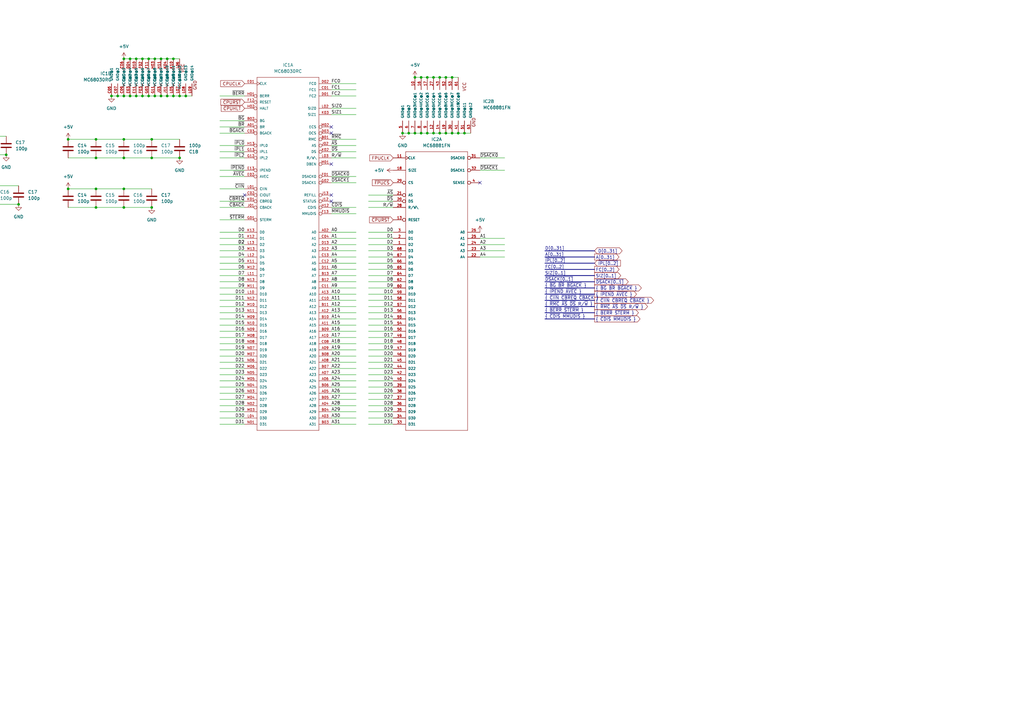
<source format=kicad_sch>
(kicad_sch (version 20230121) (generator eeschema)
  (paper "A3")
  (junction (at 62.23 85.09))
  (junction (at 170.18 54.61))
  (junction (at 50.8 64.77))
  (junction (at -20.32 63.5))
  (junction (at 50.8 85.09))
  (junction (at 73.66 64.77))
  (junction (at -8.89 63.5))
  (junction (at 50.8 57.15))
  (junction (at 27.94 57.15))
  (junction (at 170.18 31.75))
  (junction (at -8.89 55.88))
  (junction (at 39.37 77.47))
  (junction (at -15.24 76.2))
  (junction (at 165.1 54.61))
  (junction (at 50.8 39.37))
  (junction (at 58.42 39.37))
  (junction (at 172.72 31.75))
  (junction (at 172.72 54.61))
  (junction (at 71.12 39.37))
  (junction (at 53.34 24.13))
  (junction (at -31.75 55.88))
  (junction (at 63.5 24.13))
  (junction (at 66.04 24.13))
  (junction (at 180.34 31.75))
  (junction (at -15.24 83.82))
  (junction (at 71.12 24.13))
  (junction (at 45.72 39.37))
  (junction (at 53.34 39.37))
  (junction (at 55.88 24.13))
  (junction (at 60.96 24.13))
  (junction (at 58.42 24.13))
  (junction (at -3.81 76.2))
  (junction (at 175.26 54.61))
  (junction (at 7.62 83.82))
  (junction (at 55.88 39.37))
  (junction (at 182.88 54.61))
  (junction (at 62.23 57.15))
  (junction (at 175.26 31.75))
  (junction (at 177.8 31.75))
  (junction (at 167.64 54.61))
  (junction (at -3.81 83.82))
  (junction (at 68.58 39.37))
  (junction (at 185.42 54.61))
  (junction (at 68.58 24.13))
  (junction (at 2.54 63.5))
  (junction (at 177.8 54.61))
  (junction (at 182.88 31.75))
  (junction (at 187.96 54.61))
  (junction (at 27.94 77.47))
  (junction (at 66.04 39.37))
  (junction (at 39.37 57.15))
  (junction (at 63.5 39.37))
  (junction (at 73.66 39.37))
  (junction (at -20.32 55.88))
  (junction (at -26.67 76.2))
  (junction (at 39.37 64.77))
  (junction (at 50.8 77.47))
  (junction (at 190.5 54.61))
  (junction (at 60.96 39.37))
  (junction (at 62.23 64.77))
  (junction (at 76.2 39.37))
  (junction (at 50.8 24.13))
  (junction (at 48.26 39.37))
  (junction (at 39.37 85.09))
  (junction (at 180.34 54.61))
  (junction (at 185.42 31.75))
  (no_connect (at 135.89 54.61))
  (no_connect (at 196.85 74.93))
  (no_connect (at 135.89 82.55))
  (no_connect (at 135.89 67.31))
  (no_connect (at 100.33 80.01))
  (no_connect (at 135.89 52.07))
  (no_connect (at 135.89 80.01))
  (wire (pts (xy 146.05 128.27) (xy 135.89 128.27)))
  (wire (pts (xy 62.23 64.77) (xy 50.8 64.77)))
  (wire (pts (xy 146.05 100.33) (xy 135.89 100.33)))
  (wire (pts (xy 146.05 74.93) (xy 135.89 74.93)))
  (wire (pts (xy 146.05 39.37) (xy 135.89 39.37)))
  (wire (pts (xy -8.89 63.5) (xy -20.32 63.5)))
  (wire (pts (xy 151.13 133.35) (xy 161.29 133.35)))
  (wire (pts (xy 190.5 54.61) (xy 193.04 54.61)))
  (wire (pts (xy 146.05 110.49) (xy 135.89 110.49)))
  (wire (pts (xy 146.05 36.83) (xy 135.89 36.83)))
  (wire (pts (xy 177.8 54.61) (xy 180.34 54.61)))
  (wire (pts (xy 90.17 173.99) (xy 100.33 173.99)))
  (wire (pts (xy 50.8 77.47) (xy 62.23 77.47)))
  (wire (pts (xy 146.05 173.99) (xy 135.89 173.99)))
  (wire (pts (xy 207.01 105.41) (xy 196.85 105.41)))
  (wire (pts (xy 146.05 102.87) (xy 135.89 102.87)))
  (wire (pts (xy 180.34 54.61) (xy 182.88 54.61)))
  (wire (pts (xy 151.13 156.21) (xy 161.29 156.21)))
  (wire (pts (xy 90.17 168.91) (xy 100.33 168.91)))
  (wire (pts (xy -3.81 83.82) (xy -15.24 83.82)))
  (wire (pts (xy 146.05 138.43) (xy 135.89 138.43)))
  (wire (pts (xy 90.17 163.83) (xy 100.33 163.83)))
  (bus (pts (xy 223.52 105.41) (xy 243.84 105.41)))
  (wire (pts (xy 39.37 85.09) (xy 27.94 85.09)))
  (wire (pts (xy 151.13 113.03) (xy 161.29 113.03)))
  (wire (pts (xy 146.05 95.25) (xy 135.89 95.25)))
  (wire (pts (xy 151.13 100.33) (xy 161.29 100.33)))
  (wire (pts (xy 90.17 64.77) (xy 100.33 64.77)))
  (wire (pts (xy 73.66 39.37) (xy 76.2 39.37)))
  (wire (pts (xy 146.05 166.37) (xy 135.89 166.37)))
  (wire (pts (xy 90.17 107.95) (xy 100.33 107.95)))
  (wire (pts (xy 90.17 72.39) (xy 100.33 72.39)))
  (wire (pts (xy 58.42 24.13) (xy 60.96 24.13)))
  (wire (pts (xy 76.2 39.37) (xy 78.74 39.37)))
  (wire (pts (xy 62.23 57.15) (xy 73.66 57.15)))
  (wire (pts (xy 90.17 118.11) (xy 100.33 118.11)))
  (wire (pts (xy 146.05 118.11) (xy 135.89 118.11)))
  (wire (pts (xy 90.17 151.13) (xy 100.33 151.13)))
  (bus (pts (xy 223.52 118.11) (xy 243.84 118.11)))
  (wire (pts (xy 151.13 151.13) (xy 161.29 151.13)))
  (wire (pts (xy 151.13 107.95) (xy 161.29 107.95)))
  (wire (pts (xy 151.13 123.19) (xy 161.29 123.19)))
  (wire (pts (xy 90.17 153.67) (xy 100.33 153.67)))
  (wire (pts (xy 151.13 153.67) (xy 161.29 153.67)))
  (wire (pts (xy 90.17 161.29) (xy 100.33 161.29)))
  (wire (pts (xy 90.17 59.69) (xy 100.33 59.69)))
  (wire (pts (xy 151.13 158.75) (xy 161.29 158.75)))
  (wire (pts (xy 146.05 143.51) (xy 135.89 143.51)))
  (wire (pts (xy 60.96 24.13) (xy 63.5 24.13)))
  (wire (pts (xy -15.24 76.2) (xy -3.81 76.2)))
  (wire (pts (xy 62.23 85.09) (xy 50.8 85.09)))
  (wire (pts (xy 151.13 130.81) (xy 161.29 130.81)))
  (wire (pts (xy 90.17 130.81) (xy 100.33 130.81)))
  (wire (pts (xy 50.8 39.37) (xy 53.34 39.37)))
  (wire (pts (xy 151.13 97.79) (xy 161.29 97.79)))
  (wire (pts (xy 207.01 97.79) (xy 196.85 97.79)))
  (wire (pts (xy 90.17 95.25) (xy 100.33 95.25)))
  (bus (pts (xy 223.52 110.49) (xy 243.84 110.49)))
  (wire (pts (xy 165.1 54.61) (xy 167.64 54.61)))
  (wire (pts (xy 90.17 77.47) (xy 100.33 77.47)))
  (wire (pts (xy 90.17 100.33) (xy 100.33 100.33)))
  (wire (pts (xy 90.17 85.09) (xy 100.33 85.09)))
  (wire (pts (xy 146.05 97.79) (xy 135.89 97.79)))
  (wire (pts (xy 146.05 153.67) (xy 135.89 153.67)))
  (wire (pts (xy 151.13 138.43) (xy 161.29 138.43)))
  (wire (pts (xy 71.12 39.37) (xy 73.66 39.37)))
  (wire (pts (xy 146.05 62.23) (xy 135.89 62.23)))
  (wire (pts (xy 90.17 90.17) (xy 100.33 90.17)))
  (wire (pts (xy 146.05 163.83) (xy 135.89 163.83)))
  (wire (pts (xy 90.17 148.59) (xy 100.33 148.59)))
  (wire (pts (xy 90.17 82.55) (xy 100.33 82.55)))
  (wire (pts (xy 146.05 156.21) (xy 135.89 156.21)))
  (wire (pts (xy 151.13 146.05) (xy 161.29 146.05)))
  (wire (pts (xy 146.05 120.65) (xy 135.89 120.65)))
  (wire (pts (xy 63.5 39.37) (xy 66.04 39.37)))
  (wire (pts (xy 48.26 39.37) (xy 50.8 39.37)))
  (wire (pts (xy 151.13 102.87) (xy 161.29 102.87)))
  (wire (pts (xy 90.17 97.79) (xy 100.33 97.79)))
  (wire (pts (xy 27.94 57.15) (xy 39.37 57.15)))
  (wire (pts (xy 90.17 138.43) (xy 100.33 138.43)))
  (wire (pts (xy 146.05 135.89) (xy 135.89 135.89)))
  (wire (pts (xy 151.13 82.55) (xy 161.29 82.55)))
  (wire (pts (xy 146.05 59.69) (xy 135.89 59.69)))
  (wire (pts (xy 151.13 85.09) (xy 161.29 85.09)))
  (wire (pts (xy 151.13 125.73) (xy 161.29 125.73)))
  (wire (pts (xy 151.13 161.29) (xy 161.29 161.29)))
  (wire (pts (xy 90.17 115.57) (xy 100.33 115.57)))
  (wire (pts (xy 146.05 130.81) (xy 135.89 130.81)))
  (wire (pts (xy 185.42 54.61) (xy 187.96 54.61)))
  (wire (pts (xy 58.42 39.37) (xy 60.96 39.37)))
  (bus (pts (xy 223.52 120.65) (xy 243.84 120.65)))
  (wire (pts (xy 146.05 57.15) (xy 135.89 57.15)))
  (wire (pts (xy -15.24 83.82) (xy -26.67 83.82)))
  (wire (pts (xy 146.05 133.35) (xy 135.89 133.35)))
  (wire (pts (xy 90.17 125.73) (xy 100.33 125.73)))
  (wire (pts (xy 151.13 163.83) (xy 161.29 163.83)))
  (wire (pts (xy 146.05 125.73) (xy 135.89 125.73)))
  (bus (pts (xy 223.52 113.03) (xy 243.84 113.03)))
  (wire (pts (xy 53.34 39.37) (xy 55.88 39.37)))
  (wire (pts (xy 90.17 49.53) (xy 100.33 49.53)))
  (wire (pts (xy 90.17 120.65) (xy 100.33 120.65)))
  (wire (pts (xy 172.72 54.61) (xy 175.26 54.61)))
  (wire (pts (xy 170.18 31.75) (xy 172.72 31.75)))
  (wire (pts (xy 146.05 87.63) (xy 135.89 87.63)))
  (wire (pts (xy 151.13 128.27) (xy 161.29 128.27)))
  (wire (pts (xy 39.37 57.15) (xy 50.8 57.15)))
  (wire (pts (xy 146.05 107.95) (xy 135.89 107.95)))
  (wire (pts (xy 66.04 24.13) (xy 68.58 24.13)))
  (wire (pts (xy 175.26 54.61) (xy 177.8 54.61)))
  (wire (pts (xy 180.34 31.75) (xy 182.88 31.75)))
  (wire (pts (xy 151.13 120.65) (xy 161.29 120.65)))
  (wire (pts (xy 182.88 54.61) (xy 185.42 54.61)))
  (wire (pts (xy 146.05 146.05) (xy 135.89 146.05)))
  (wire (pts (xy 27.94 77.47) (xy 39.37 77.47)))
  (bus (pts (xy 223.52 130.81) (xy 243.84 130.81)))
  (wire (pts (xy -3.81 76.2) (xy 7.62 76.2)))
  (wire (pts (xy 39.37 64.77) (xy 27.94 64.77)))
  (wire (pts (xy 151.13 168.91) (xy 161.29 168.91)))
  (wire (pts (xy 151.13 171.45) (xy 161.29 171.45)))
  (wire (pts (xy 146.05 64.77) (xy 135.89 64.77)))
  (wire (pts (xy 90.17 158.75) (xy 100.33 158.75)))
  (wire (pts (xy 50.8 24.13) (xy 53.34 24.13)))
  (wire (pts (xy 90.17 133.35) (xy 100.33 133.35)))
  (wire (pts (xy 175.26 31.75) (xy 177.8 31.75)))
  (wire (pts (xy 50.8 64.77) (xy 39.37 64.77)))
  (wire (pts (xy 53.34 24.13) (xy 55.88 24.13)))
  (wire (pts (xy -26.67 76.2) (xy -15.24 76.2)))
  (bus (pts (xy 223.52 125.73) (xy 243.84 125.73)))
  (wire (pts (xy 60.96 39.37) (xy 63.5 39.37)))
  (wire (pts (xy 146.05 115.57) (xy 135.89 115.57)))
  (wire (pts (xy 151.13 95.25) (xy 161.29 95.25)))
  (wire (pts (xy 151.13 173.99) (xy 161.29 173.99)))
  (wire (pts (xy 146.05 140.97) (xy 135.89 140.97)))
  (wire (pts (xy 50.8 57.15) (xy 62.23 57.15)))
  (wire (pts (xy 90.17 171.45) (xy 100.33 171.45)))
  (wire (pts (xy 172.72 31.75) (xy 175.26 31.75)))
  (wire (pts (xy 90.17 166.37) (xy 100.33 166.37)))
  (wire (pts (xy 68.58 24.13) (xy 71.12 24.13)))
  (wire (pts (xy 90.17 110.49) (xy 100.33 110.49)))
  (wire (pts (xy -20.32 63.5) (xy -31.75 63.5)))
  (wire (pts (xy 167.64 54.61) (xy 170.18 54.61)))
  (wire (pts (xy 55.88 39.37) (xy 58.42 39.37)))
  (wire (pts (xy 66.04 39.37) (xy 68.58 39.37)))
  (wire (pts (xy 146.05 44.45) (xy 135.89 44.45)))
  (wire (pts (xy 90.17 69.85) (xy 100.33 69.85)))
  (wire (pts (xy 207.01 64.77) (xy 196.85 64.77)))
  (bus (pts (xy 223.52 123.19) (xy 243.84 123.19)))
  (wire (pts (xy 90.17 135.89) (xy 100.33 135.89)))
  (wire (pts (xy 146.05 34.29) (xy 135.89 34.29)))
  (wire (pts (xy 55.88 24.13) (xy 58.42 24.13)))
  (wire (pts (xy 146.05 113.03) (xy 135.89 113.03)))
  (wire (pts (xy 177.8 31.75) (xy 180.34 31.75)))
  (wire (pts (xy 73.66 64.77) (xy 62.23 64.77)))
  (wire (pts (xy 146.05 85.09) (xy 135.89 85.09)))
  (wire (pts (xy 90.17 128.27) (xy 100.33 128.27)))
  (wire (pts (xy 151.13 118.11) (xy 161.29 118.11)))
  (wire (pts (xy 207.01 102.87) (xy 196.85 102.87)))
  (wire (pts (xy 71.12 24.13) (xy 73.66 24.13)))
  (wire (pts (xy -8.89 63.5) (xy 2.54 63.5)))
  (wire (pts (xy 185.42 31.75) (xy 187.96 31.75)))
  (wire (pts (xy 146.05 148.59) (xy 135.89 148.59)))
  (wire (pts (xy 146.05 46.99) (xy 135.89 46.99)))
  (bus (pts (xy 223.52 128.27) (xy 243.84 128.27)))
  (bus (pts (xy 223.52 102.87) (xy 243.84 102.87)))
  (wire (pts (xy 45.72 39.37) (xy 48.26 39.37)))
  (wire (pts (xy -31.75 55.88) (xy -20.32 55.88)))
  (wire (pts (xy 151.13 105.41) (xy 161.29 105.41)))
  (wire (pts (xy 151.13 115.57) (xy 161.29 115.57)))
  (wire (pts (xy 90.17 52.07) (xy 100.33 52.07)))
  (bus (pts (xy 223.52 107.95) (xy 243.84 107.95)))
  (wire (pts (xy 146.05 123.19) (xy 135.89 123.19)))
  (wire (pts (xy 90.17 102.87) (xy 100.33 102.87)))
  (wire (pts (xy 90.17 143.51) (xy 100.33 143.51)))
  (wire (pts (xy 50.8 85.09) (xy 39.37 85.09)))
  (wire (pts (xy 151.13 143.51) (xy 161.29 143.51)))
  (bus (pts (xy 223.52 115.57) (xy 243.84 115.57)))
  (wire (pts (xy 90.17 113.03) (xy 100.33 113.03)))
  (wire (pts (xy 146.05 158.75) (xy 135.89 158.75)))
  (wire (pts (xy 90.17 39.37) (xy 100.33 39.37)))
  (wire (pts (xy 146.05 161.29) (xy 135.89 161.29)))
  (wire (pts (xy 182.88 31.75) (xy 185.42 31.75)))
  (wire (pts (xy 146.05 168.91) (xy 135.89 168.91)))
  (wire (pts (xy 90.17 123.19) (xy 100.33 123.19)))
  (wire (pts (xy 151.13 110.49) (xy 161.29 110.49)))
  (wire (pts (xy 146.05 171.45) (xy 135.89 171.45)))
  (wire (pts (xy 90.17 105.41) (xy 100.33 105.41)))
  (wire (pts (xy 146.05 72.39) (xy 135.89 72.39)))
  (wire (pts (xy 207.01 100.33) (xy 196.85 100.33)))
  (wire (pts (xy 151.13 140.97) (xy 161.29 140.97)))
  (wire (pts (xy 187.96 54.61) (xy 190.5 54.61)))
  (wire (pts (xy 90.17 62.23) (xy 100.33 62.23)))
  (wire (pts (xy 68.58 39.37) (xy 71.12 39.37)))
  (wire (pts (xy 151.13 148.59) (xy 161.29 148.59)))
  (wire (pts (xy -8.89 55.88) (xy 2.54 55.88)))
  (wire (pts (xy 7.62 83.82) (xy -3.81 83.82)))
  (wire (pts (xy 90.17 140.97) (xy 100.33 140.97)))
  (wire (pts (xy 207.01 69.85) (xy 196.85 69.85)))
  (wire (pts (xy 63.5 24.13) (xy 66.04 24.13)))
  (wire (pts (xy 170.18 54.61) (xy 172.72 54.61)))
  (wire (pts (xy 90.17 156.21) (xy 100.33 156.21)))
  (wire (pts (xy 151.13 166.37) (xy 161.29 166.37)))
  (wire (pts (xy 146.05 105.41) (xy 135.89 105.41)))
  (wire (pts (xy -20.32 55.88) (xy -8.89 55.88)))
  (wire (pts (xy 90.17 146.05) (xy 100.33 146.05)))
  (wire (pts (xy 151.13 135.89) (xy 161.29 135.89)))
  (wire (pts (xy 90.17 54.61) (xy 100.33 54.61)))
  (wire (pts (xy 151.13 80.01) (xy 161.29 80.01)))
  (wire (pts (xy 146.05 151.13) (xy 135.89 151.13)))
  (wire (pts (xy 39.37 77.47) (xy 50.8 77.47)))
  (label "A18" (at 135.89 140.97 0))
  (label "~{DS}" (at 135.89 62.23 0))
  (label "D11" (at 161.29 123.19 180))
  (label "D17" (at 161.29 138.43 180))
  (label "~{DSACK0}" (at 196.85 64.77 0))
  (label "D2" (at 161.29 100.33 180))
  (label "D10" (at 100.33 120.65 180))
  (label "A16" (at 135.89 135.89 0))
  (label "D3" (at 161.29 102.87 180))
  (label "D2" (at 100.33 100.33 180))
  (label "D20" (at 161.29 146.05 180))
  (label "{ ~{CIIN} ~{CBREQ} ~{CBACK} }" (at 223.52 123.19 0))
  (label "D25" (at 100.33 158.75 180))
  (label "A21" (at 135.89 148.59 0))
  (label "A24" (at 135.89 156.21 0))
  (label "A17" (at 135.89 138.43 0))
  (label "A[0..31]" (at 223.52 105.41 0))
  (label "A15" (at 135.89 133.35 0))
  (label "~{CBACK}" (at 100.33 85.09 180))
  (label "R{slash}~{W}" (at 135.89 64.77 0))
  (label "A23" (at 135.89 153.67 0))
  (label "A27" (at 135.89 163.83 0))
  (label "D1" (at 161.29 97.79 180))
  (label "~{DSACK0}" (at 135.89 72.39 0))
  (label "D[0..31]" (at 223.52 102.87 0))
  (label "{ ~{RMC} ~{AS} ~{DS} R{slash}~{W} }" (at 223.52 125.73 0))
  (label "~{IPL2}" (at 100.33 64.77 180))
  (label "D21" (at 161.29 148.59 180))
  (label "~{IPL0}" (at 100.33 59.69 180))
  (label "D29" (at 100.33 168.91 180))
  (label "~{BGACK}" (at 100.33 54.61 180))
  (label "D0" (at 161.29 95.25 180))
  (label "A5" (at 135.89 107.95 0))
  (label "~{BG}" (at 100.33 49.53 180))
  (label "D29" (at 161.29 168.91 180))
  (label "A12" (at 135.89 125.73 0))
  (label "A11" (at 135.89 123.19 0))
  (label "D16" (at 100.33 135.89 180))
  (label "D28" (at 100.33 166.37 180))
  (label "D14" (at 161.29 130.81 180))
  (label "D13" (at 100.33 128.27 180))
  (label "D21" (at 100.33 148.59 180))
  (label "D15" (at 161.29 133.35 180))
  (label "D31" (at 100.33 173.99 180))
  (label "D5" (at 100.33 107.95 180))
  (label "D18" (at 161.29 140.97 180))
  (label "D1" (at 100.33 97.79 180))
  (label "~{BERR}" (at 100.33 39.37 180))
  (label "A7" (at 135.89 113.03 0))
  (label "D14" (at 100.33 130.81 180))
  (label "D4" (at 161.29 105.41 180))
  (label "D31" (at 161.29 173.99 180))
  (label "~{DSACK1}" (at 135.89 74.93 0))
  (label "A13" (at 135.89 128.27 0))
  (label "FC1" (at 135.89 36.83 0))
  (label "SIZ[0..1]" (at 223.52 113.03 0))
  (label "D17" (at 100.33 138.43 180))
  (label "D6" (at 161.29 110.49 180))
  (label "D27" (at 100.33 163.83 180))
  (label "D9" (at 100.33 118.11 180))
  (label "~{CBREQ}" (at 100.33 82.55 180))
  (label "~{DS}" (at 161.29 82.55 180))
  (label "D22" (at 161.29 151.13 180))
  (label "A28" (at 135.89 166.37 0))
  (label "FC[0..2]" (at 223.52 110.49 0))
  (label "~{RMC}" (at 135.89 57.15 0))
  (label "D0" (at 100.33 95.25 180))
  (label "D27" (at 161.29 163.83 180))
  (label "A1" (at 135.89 97.79 0))
  (label "A30" (at 135.89 171.45 0))
  (label "D24" (at 100.33 156.21 180))
  (label "D3" (at 100.33 102.87 180))
  (label "A29" (at 135.89 168.91 0))
  (label "A3" (at 196.85 102.87 0))
  (label "D8" (at 161.29 115.57 180))
  (label "D30" (at 100.33 171.45 180))
  (label "~{AVEC}" (at 100.33 72.39 180))
  (label "A31" (at 135.89 173.99 0))
  (label "D22" (at 100.33 151.13 180))
  (label "D19" (at 100.33 143.51 180))
  (label "D26" (at 100.33 161.29 180))
  (label "D25" (at 161.29 158.75 180))
  (label "A0" (at 135.89 95.25 0))
  (label "D4" (at 100.33 105.41 180))
  (label "D5" (at 161.29 107.95 180))
  (label "{ ~{CDIS} ~{MMUDIS} }" (at 223.52 130.81 0))
  (label "A20" (at 135.89 146.05 0))
  (label "~{CIIN}" (at 100.33 77.47 180))
  (label "A8" (at 135.89 115.57 0))
  (label "D19" (at 161.29 143.51 180))
  (label "D24" (at 161.29 156.21 180))
  (label "A19" (at 135.89 143.51 0))
  (label "A2" (at 196.85 100.33 0))
  (label "~{CDIS}" (at 135.89 85.09 0))
  (label "~{MMUDIS}" (at 135.89 87.63 0))
  (label "A26" (at 135.89 161.29 0))
  (label "D6" (at 100.33 110.49 180))
  (label "D2" (at 100.33 100.33 180))
  (label "~{AS}" (at 135.89 59.69 0))
  (label "SIZ0" (at 135.89 44.45 0))
  (label "D16" (at 161.29 135.89 180))
  (label "D30" (at 161.29 171.45 180))
  (label "D20" (at 100.33 146.05 180))
  (label "R{slash}~{W}" (at 161.29 85.09 180))
  (label "~{STERM}" (at 100.33 90.17 180))
  (label "FC2" (at 135.89 39.37 0))
  (label "{ ~{IPEND} ~{AVEC} }" (at 223.52 120.65 0))
  (label "~{BR}" (at 100.33 52.07 180))
  (label "A6" (at 135.89 110.49 0))
  (label "SIZ1" (at 135.89 46.99 0))
  (label "{ ~{BERR} ~{STERM} }" (at 223.52 128.27 0))
  (label "D11" (at 100.33 123.19 180))
  (label "A1" (at 196.85 97.79 0))
  (label "D8" (at 100.33 115.57 180))
  (label "{ ~{BG} ~{BR} ~{BGACK} }" (at 223.52 118.11 0))
  (label "A14" (at 135.89 130.81 0))
  (label "~{AS}" (at 161.29 80.01 180))
  (label "A3" (at 135.89 102.87 0))
  (label "D15" (at 100.33 133.35 180))
  (label "D7" (at 100.33 113.03 180))
  (label "A4" (at 196.85 105.41 0))
  (label "D9" (at 161.29 118.11 180))
  (label "~{IPL[0..2]}" (at 223.52 107.95 0))
  (label "~{DSACK1}" (at 196.85 69.85 0))
  (label "FC0" (at 135.89 34.29 0))
  (label "D28" (at 161.29 166.37 180))
  (label "~{IPEND}" (at 100.33 69.85 180))
  (label "D12" (at 100.33 125.73 180))
  (label "A4" (at 135.89 105.41 0))
  (label "A22" (at 135.89 151.13 0))
  (label "A9" (at 135.89 118.11 0))
  (label "D13" (at 161.29 128.27 180))
  (label "D18" (at 100.33 140.97 180))
  (label "D12" (at 161.29 125.73 180))
  (label "A10" (at 135.89 120.65 0))
  (label "~{IPL1}" (at 100.33 62.23 180))
  (label "D23" (at 100.33 153.67 180))
  (label "A25" (at 135.89 158.75 0))
  (label "D10" (at 161.29 120.65 180))
  (label "D23" (at 161.29 153.67 180))
  (label "D26" (at 161.29 161.29 180))
  (label "A2" (at 135.89 100.33 0))
  (label "D7" (at 161.29 113.03 180))
  (label "~{DSACK[0..1]}" (at 223.52 115.57 0))
  (global_label "{ ~{BG} ~{BR} ~{BGACK} }" (shape output) (at 243.84 118.11 0) (property "Intersheetrefs" "${INTERSHEET_REFS}" (effects hide)))
  (global_label "FPUCLK" (shape input) (at 161.29 64.77 180) (property "Intersheetrefs" "${INTERSHEET_REFS}" (effects hide)))
  (global_label "SIZ[0..1]" (shape output) (at 243.84 113.03 0) (property "Intersheetrefs" "${INTERSHEET_REFS}" (effects hide)))
  (global_label "D[0..31]" (shape bidirectional) (at 243.84 102.87 0) (property "Intersheetrefs" "${INTERSHEET_REFS}" (effects hide)))
  (global_label "{ ~{CIIN} ~{CBREQ} ~{CBACK} }" (shape output) (at 243.84 123.19 0) (property "Intersheetrefs" "${INTERSHEET_REFS}" (effects hide)))
  (global_label "FC[0..2]" (shape output) (at 243.84 110.49 0) (property "Intersheetrefs" "${INTERSHEET_REFS}" (effects hide)))
  (global_label "CPUCLK" (shape input) (at 100.33 34.29 180) (property "Intersheetrefs" "${INTERSHEET_REFS}" (effects hide)))
  (global_label "{ ~{BERR} ~{STERM} }" (shape output) (at 243.84 128.27 0) (property "Intersheetrefs" "${INTERSHEET_REFS}" (effects hide)))
  (global_label "{ ~{RMC} ~{AS} ~{DS} R{slash}~{W} }" (shape output) (at 243.84 125.73 0) (property "Intersheetrefs" "${INTERSHEET_REFS}" (effects hide)))
  (global_label "~{CPUHLT}" (shape input) (at 100.33 44.45 180) (property "Intersheetrefs" "${INTERSHEET_REFS}" (effects hide)))
  (global_label "~{CPURST}" (shape input) (at 100.33 41.91 180) (property "Intersheetrefs" "${INTERSHEET_REFS}" (effects hide)))
  (global_label "~{CPURST}" (shape input) (at 161.29 90.17 180) (property "Intersheetrefs" "${INTERSHEET_REFS}" (effects hide)))
  (global_label "A[0..31]" (shape output) (at 243.84 105.41 0) (property "Intersheetrefs" "${INTERSHEET_REFS}" (effects hide)))
  (global_label "{ ~{CDIS} ~{MMUDIS} }" (shape output) (at 243.84 130.81 0) (property "Intersheetrefs" "${INTERSHEET_REFS}" (effects hide)))
  (global_label "~{IPL[0..2]}" (shape input) (at 243.84 107.95 0) (property "Intersheetrefs" "${INTERSHEET_REFS}" (effects hide)))
  (global_label "~{DSACK[0..1]}" (shape output) (at 243.84 115.57 0) (property "Intersheetrefs" "${INTERSHEET_REFS}" (effects hide)))
  (global_label "~{FPUCS}" (shape input) (at 161.29 74.93 180) (property "Intersheetrefs" "${INTERSHEET_REFS}" (effects hide)))
  (global_label "{ ~{IPEND} ~{AVEC} }" (shape output) (at 243.84 120.65 0) (property "Intersheetrefs" "${INTERSHEET_REFS}" (effects hide)))
  (symbol (lib_id "power:+5V") (at 196.85 95.25 0) (unit 1)
    (property "Reference" "#PWR021" (effects hide))
    (property "Value" "+5V" (at 196.85 90.17 0))
    (instances (project "m68k-hbc" (path "" (reference "#PWR021") (unit 1)) (path "" (reference "#PWR055") (unit 1))))
  )
  (symbol (lib_id "power:+5V") (at 170.18 31.75 0) (unit 1)
    (property "Reference" "#PWR03" (effects hide))
    (property "Value" "+5V" (at 170.18 26.67 0))
    (instances (project "m68k-hbc" (path "" (reference "#PWR03") (unit 1)) (path "" (reference "#PWR043") (unit 1))))
  )
  (symbol (lib_id "Device:C") (at -15.24 80.01 0) (mirror x) (unit 1)
    (property "Reference" "C15" (at -11.43 81.28 0) (effects (justify left)))
    (property "Value" "100p" (at -11.43 78.74 0) (effects (justify left)))
    (property "Footprint" "Capacitor_SMD:C_1206_3216Metric_Pad1.33x1.80mm_HandSolder" (effects hide))
    (instances (project "m68k-hbc" (path "" (reference "C15") (unit 1)) (path "" (reference "C25") (unit 1))))
  )
  (symbol (lib_id "power:+5V") (at -26.67 76.2 0) (unit 1)
    (property "Reference" "#PWR0201" (effects hide))
    (property "Value" "+5V" (at -26.67 71.12 0))
    (instances (project "m68k-hbc" (path "" (reference "#PWR0201") (unit 1)) (path "" (reference "#PWR051") (unit 1))))
  )
  (symbol (lib_id "Device:C") (at 50.8 60.96 0) (mirror x) (unit 1)
    (property "Reference" "C16" (at 54.61 62.23 0) (effects (justify left)))
    (property "Value" "100p" (at 54.61 59.69 0) (effects (justify left)))
    (property "Footprint" "Capacitor_SMD:C_1206_3216Metric_Pad1.33x1.80mm_HandSolder" (effects hide))
    (instances (project "m68k-hbc" (path "" (reference "C16") (unit 1)) (path "" (reference "C21") (unit 1))))
  )
  (symbol (lib_id "Device:C") (at -8.89 59.69 0) (unit 1)
    (property "Reference" "C16" (at -5.08 58.42 0) (effects (justify left)))
    (property "Value" "100p" (at -5.08 60.96 0) (effects (justify left)))
    (property "Footprint" "Capacitor_SMD:C_1206_3216Metric_Pad1.33x1.80mm_HandSolder" (effects hide))
    (instances (project "m68k-hbc" (path "" (reference "C16") (unit 1)) (path "" (reference "C17") (unit 1))))
  )
  (symbol (lib_id "Device:C") (at -3.81 80.01 0) (unit 1)
    (property "Reference" "C16" (at 0 78.74 0) (effects (justify left)))
    (property "Value" "100p" (at 0 81.28 0) (effects (justify left)))
    (property "Footprint" "Capacitor_SMD:C_1206_3216Metric_Pad1.33x1.80mm_HandSolder" (effects hide))
    (instances (project "m68k-hbc" (path "" (reference "C16") (unit 1)) (path "" (reference "C26") (unit 1))))
  )
  (symbol (lib_id "power:+5V") (at 27.94 77.47 0) (unit 1)
    (property "Reference" "#PWR0201" (effects hide))
    (property "Value" "+5V" (at 27.94 72.39 0))
    (instances (project "m68k-hbc" (path "" (reference "#PWR0201") (unit 1)) (path "" (reference "#PWR052") (unit 1))))
  )
  (symbol (lib_id "Device:C") (at 39.37 81.28 0) (unit 1)
    (property "Reference" "C15" (at 43.18 80.01 0) (effects (justify left)))
    (property "Value" "100p" (at 43.18 82.55 0) (effects (justify left)))
    (property "Footprint" "Capacitor_SMD:C_1206_3216Metric_Pad1.33x1.80mm_HandSolder" (effects hide))
    (instances (project "m68k-hbc" (path "" (reference "C15") (unit 1)) (path "" (reference "C29") (unit 1))))
  )
  (symbol (lib_id "power:GND") (at 73.66 64.77 0) (unit 1)
    (property "Reference" "#PWR0200" (effects hide))
    (property "Value" "GND" (at 73.66 69.85 0))
    (instances (project "m68k-hbc" (path "" (reference "#PWR0200") (unit 1)) (path "" (reference "#PWR049") (unit 1))))
  )
  (symbol (lib_id "power:+5V") (at 161.29 69.85 90) (unit 1)
    (property "Reference" "#PWR013" (effects hide))
    (property "Value" "+5V" (at 157.48 69.85 90) (effects (justify left)))
    (instances (project "m68k-hbc" (path "" (reference "#PWR013") (unit 1)) (path "" (reference "#PWR050") (unit 1))))
  )
  (symbol (lib_id "power:GND") (at 45.72 39.37 0) (unit 1)
    (property "Reference" "#PWR07" (effects hide))
    (property "Value" "GND" (at 45.72 44.45 0))
    (instances (project "m68k-hbc" (path "" (reference "#PWR07") (unit 1)) (path "" (reference "#PWR044") (unit 1))))
  )
  (symbol (lib_id "power:+5V") (at -31.75 55.88 0) (unit 1)
    (property "Reference" "#PWR0201" (effects hide))
    (property "Value" "+5V" (at -31.75 50.8 0))
    (instances (project "m68k-hbc" (path "" (reference "#PWR0201") (unit 1)) (path "" (reference "#PWR046") (unit 1))))
  )
  (symbol (lib_id "Device:C") (at 27.94 60.96 0) (unit 1)
    (property "Reference" "C14" (at 31.75 59.69 0) (effects (justify left)))
    (property "Value" "100p" (at 31.75 62.23 0) (effects (justify left)))
    (property "Footprint" "Capacitor_SMD:C_1206_3216Metric_Pad1.33x1.80mm_HandSolder" (effects hide))
    (instances (project "m68k-hbc" (path "" (reference "C14") (unit 1)) (path "" (reference "C19") (unit 1))))
  )
  (symbol (lib_id "power:+5V") (at 50.8 24.13 0) (unit 1)
    (property "Reference" "#PWR01" (effects hide))
    (property "Value" "+5V" (at 50.8 19.05 0))
    (instances (project "m68k-hbc" (path "" (reference "#PWR01") (unit 1)) (path "" (reference "#PWR042") (unit 1))))
  )
  (symbol (lib_id "Device:C") (at 7.62 80.01 0) (unit 1)
    (property "Reference" "C17" (at 11.43 78.74 0) (effects (justify left)))
    (property "Value" "100p" (at 11.43 81.28 0) (effects (justify left)))
    (property "Footprint" "Capacitor_SMD:C_1206_3216Metric_Pad1.33x1.80mm_HandSolder" (effects hide))
    (instances (project "m68k-hbc" (path "" (reference "C17") (unit 1)) (path "" (reference "C27") (unit 1))))
  )
  (symbol (lib_id "Device:C") (at 62.23 60.96 0) (unit 1)
    (property "Reference" "C17" (at 66.04 59.69 0) (effects (justify left)))
    (property "Value" "100p" (at 66.04 62.23 0) (effects (justify left)))
    (property "Footprint" "Capacitor_SMD:C_1206_3216Metric_Pad1.33x1.80mm_HandSolder" (effects hide))
    (instances (project "m68k-hbc" (path "" (reference "C17") (unit 1)) (path "" (reference "C22") (unit 1))))
  )
  (symbol (lib_id "power:GND") (at 165.1 54.61 0) (unit 1)
    (property "Reference" "#PWR010" (effects hide))
    (property "Value" "GND" (at 165.1 59.69 0))
    (instances (project "m68k-hbc" (path "" (reference "#PWR010") (unit 1)) (path "" (reference "#PWR045") (unit 1))))
  )
  (symbol (lib_id "Device:C") (at 62.23 81.28 0) (unit 1)
    (property "Reference" "C17" (at 66.04 80.01 0) (effects (justify left)))
    (property "Value" "100p" (at 66.04 82.55 0) (effects (justify left)))
    (property "Footprint" "Capacitor_SMD:C_1206_3216Metric_Pad1.33x1.80mm_HandSolder" (effects hide))
    (instances (project "m68k-hbc" (path "" (reference "C17") (unit 1)) (path "" (reference "C31") (unit 1))))
  )
  (symbol (lib_id "Device:C") (at -20.32 59.69 0) (mirror x) (unit 1)
    (property "Reference" "C15" (at -16.51 60.96 0) (effects (justify left)))
    (property "Value" "100p" (at -16.51 58.42 0) (effects (justify left)))
    (property "Footprint" "Capacitor_SMD:C_1206_3216Metric_Pad1.33x1.80mm_HandSolder" (effects hide))
    (instances (project "m68k-hbc" (path "" (reference "C15") (unit 1)) (path "" (reference "C16") (unit 1))))
  )
  (symbol (lib_name "MC68030RC_1") (lib_id "micro-mc68000:MC68030RC") (at 118.11 102.87 0) (unit 1)
    (property "Reference" "IC1" (at 118.11 26.67 0))
    (property "Value" "MC68030RC" (at 118.11 29.21 0))
    (property "Footprint" "PGA68:PGA128" (effects hide))
  )
  (symbol (lib_id "power:+5V") (at 27.94 57.15 0) (unit 1)
    (property "Reference" "#PWR0201" (effects hide))
    (property "Value" "+5V" (at 27.94 52.07 0))
    (instances (project "m68k-hbc" (path "" (reference "#PWR0201") (unit 1)) (path "" (reference "#PWR047") (unit 1))))
  )
  (symbol (lib_id "Device:C") (at -26.67 80.01 0) (unit 1)
    (property "Reference" "C14" (at -22.86 78.74 0) (effects (justify left)))
    (property "Value" "100p" (at -22.86 81.28 0) (effects (justify left)))
    (property "Footprint" "Capacitor_SMD:C_1206_3216Metric_Pad1.33x1.80mm_HandSolder" (effects hide))
    (instances (project "m68k-hbc" (path "" (reference "C14") (unit 1)) (path "" (reference "C24") (unit 1))))
  )
  (symbol (lib_id "power:GND") (at 2.54 63.5 0) (unit 1)
    (property "Reference" "#PWR0200" (effects hide))
    (property "Value" "GND" (at 2.54 68.58 0))
    (instances (project "m68k-hbc" (path "" (reference "#PWR0200") (unit 1)) (path "" (reference "#PWR048") (unit 1))))
  )
  (symbol (lib_id "Device:C") (at -31.75 59.69 0) (mirror x) (unit 1)
    (property "Reference" "C14" (at -27.94 60.96 0) (effects (justify left)))
    (property "Value" "100p" (at -27.94 58.42 0) (effects (justify left)))
    (property "Footprint" "Capacitor_SMD:C_1206_3216Metric_Pad1.33x1.80mm_HandSolder" (effects hide))
    (instances (project "m68k-hbc" (path "" (reference "C14") (unit 1)) (path "" (reference "C15") (unit 1))))
  )
  (symbol (lib_id "power:GND") (at 7.62 83.82 0) (unit 1)
    (property "Reference" "#PWR0200" (effects hide))
    (property "Value" "GND" (at 7.62 88.9 0))
    (instances (project "m68k-hbc" (path "" (reference "#PWR0200") (unit 1)) (path "" (reference "#PWR053") (unit 1))))
  )
  (symbol (lib_id "Device:C") (at 39.37 60.96 0) (unit 1)
    (property "Reference" "C15" (at 43.18 59.69 0) (effects (justify left)))
    (property "Value" "100p" (at 43.18 62.23 0) (effects (justify left)))
    (property "Footprint" "Capacitor_SMD:C_1206_3216Metric_Pad1.33x1.80mm_HandSolder" (effects hide))
    (instances (project "m68k-hbc" (path "" (reference "C15") (unit 1)) (path "" (reference "C20") (unit 1))))
  )
  (symbol (lib_id "Device:C") (at 2.54 59.69 0) (unit 1)
    (property "Reference" "C17" (at 6.35 58.42 0) (effects (justify left)))
    (property "Value" "100p" (at 6.35 60.96 0) (effects (justify left)))
    (property "Footprint" "Capacitor_SMD:C_1206_3216Metric_Pad1.33x1.80mm_HandSolder" (effects hide))
    (instances (project "m68k-hbc" (path "" (reference "C17") (unit 1)) (path "" (reference "C18") (unit 1))))
  )
  (symbol (lib_id "power:GND") (at 62.23 85.09 0) (unit 1)
    (property "Reference" "#PWR0200" (effects hide))
    (property "Value" "GND" (at 62.23 90.17 0))
    (instances (project "m68k-hbc" (path "" (reference "#PWR0200") (unit 1)) (path "" (reference "#PWR054") (unit 1))))
  )
  (symbol (lib_id "micro-mc68000:MC68030RC") (at 60.96 31.75 0) (unit 2)
    (property "Reference" "IC1" (at 45.72 30.1626 0) (effects (justify right)))
    (property "Value" "MC68030RC" (at 45.72 32.7026 0) (effects (justify right)))
    (property "Footprint" "PGA68:PGA128" (effects hide))
  )
  (symbol (lib_id "Device:C") (at 50.8 81.28 0) (unit 1)
    (property "Reference" "C16" (at 54.61 80.01 0) (effects (justify left)))
    (property "Value" "100p" (at 54.61 82.55 0) (effects (justify left)))
    (property "Footprint" "Capacitor_SMD:C_1206_3216Metric_Pad1.33x1.80mm_HandSolder" (effects hide))
    (instances (project "m68k-hbc" (path "" (reference "C16") (unit 1)) (path "" (reference "C30") (unit 1))))
  )
  (symbol (lib_id "micro-mc68000:MC68881FN") (at 179.07 118.11 0) (unit 1)
    (property "Reference" "IC2" (at 179.07 57.15 0))
    (property "Value" "MC68881FN" (at 179.07 59.69 0))
    (property "Footprint" "Package_LCC:PLCC-68_THT-Socket" (effects hide))
  )
  (symbol (lib_id "micro-mc68000:MC68881FN") (at 177.8 46.99 0) (unit 2)
    (property "Reference" "IC2" (at 198.12 41.5926 0) (effects (justify left)))
    (property "Value" "MC68881FN" (at 198.12 44.1326 0) (effects (justify left)))
    (property "Footprint" "Package_LCC:PLCC-68_THT-Socket" (effects hide))
  )
  (symbol (lib_id "Device:C") (at 73.66 60.96 0) (mirror x) (unit 1)
    (property "Reference" "C18" (at 77.47 62.23 0) (effects (justify left)))
    (property "Value" "100p" (at 77.47 59.69 0) (effects (justify left)))
    (property "Footprint" "Capacitor_SMD:C_1206_3216Metric_Pad1.33x1.80mm_HandSolder" (effects hide))
    (instances (project "m68k-hbc" (path "" (reference "C18") (unit 1)) (path "" (reference "C23") (unit 1))))
  )
  (symbol (lib_id "Device:C") (at 27.94 81.28 0) (unit 1)
    (property "Reference" "C14" (at 31.75 80.01 0) (effects (justify left)))
    (property "Value" "100p" (at 31.75 82.55 0) (effects (justify left)))
    (property "Footprint" "Capacitor_SMD:C_1206_3216Metric_Pad1.33x1.80mm_HandSolder" (effects hide))
    (instances (project "m68k-hbc" (path "" (reference "C14") (unit 1)) (path "" (reference "C28") (unit 1))))
  )
)
</source>
